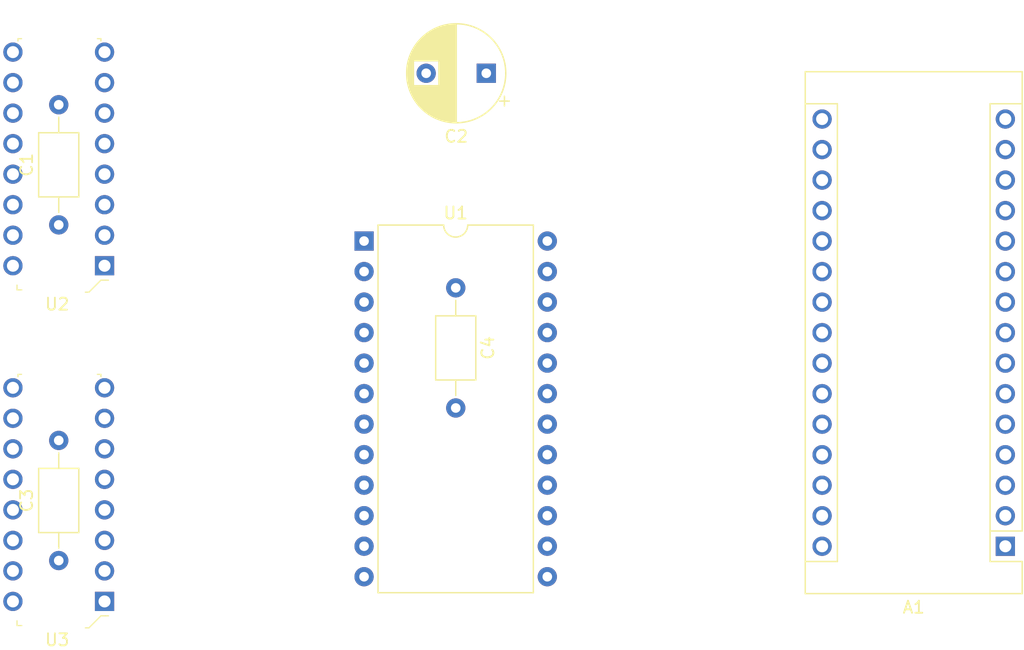
<source format=kicad_pcb>
(kicad_pcb (version 20211014) (generator pcbnew)
  (layers (0 "F.Cu" signal) (31 "B.Cu" signal) (34 "B.Paste" user) (35 "F.Paste" user) (36 "B.SilkS" user "B.Silkscreen") (37 "F.SilkS" user "F.Silkscreen") (38 "B.Mask" user) (39 "F.Mask" user) (44 "Edge.Cuts" user))
  (net 0 "")
  (net 1 "Net-(A1-Pad1)")
  (net 2 "Net-(A1-Pad2)")
  (net 4 "GND")
  (net 5 "Net-(A1-Pad5)")
  (net 6 "Net-(A1-Pad6)")
  (net 7 "Net-(A1-Pad7)")
  (net 8 "Net-(A1-Pad8)")
  (net 9 "Net-(A1-Pad9)")
  (net 10 "Net-(A1-Pad10)")
  (net 11 "Net-(A1-Pad11)")
  (net 12 "Net-(A1-Pad12)")
  (net 13 "Net-(A1-Pad13)")
  (net 14 "Net-(A1-Pad14)")
  (net 15 "Net-(A1-Pad15)")
  (net 19 "Net-(A1-Pad19)")
  (net 20 "Net-(A1-Pad20)")
  (net 21 "Net-(A1-Pad21)")
  (net 22 "Net-(A1-Pad22)")
  (net 23 "Net-(A1-Pad23)")
  (net 27 "VCC")
  (net 29 "VSS")
  (net 30 "Net-(U1-Pad1)")
  (net 31 "Net-(U1-Pad2)")
  (net 32 "Net-(U1-Pad3)")
  (net 33 "Net-(U1-Pad4)")
  (net 34 "Net-(U1-Pad5)")
  (net 35 "Net-(U1-Pad6)")
  (net 36 "Net-(U1-Pad7)")
  (net 37 "Net-(U1-Pad9)")
  (net 38 "Net-(U1-Pad15)")
  (net 39 "Net-(U3-Pad22)")
  (net 40 "Net-(U3-Pad19)")
  (net 47 "Net-(U3-Pad23)")
  (footprint "Capacitor_THT:CP_Radial_D8.0mm_P5.00mm" (layer "F.Cu") (at 162.56 48.26 180)
    (fp_text reference "C2" (at 2.5 -5.25) (layer "F.SilkS"))
    (fp_text value "C_Polarized")
    (fp_line (start 6.461 -1.098) (end 6.461 1.098) (layer "F.SilkS") (width 0.12))
    (fp_line (start 4.341 1.04) (end 4.341 3.647) (layer "F.SilkS") (width 0.12))
    (fp_line (start 2.74 -4.074) (end 2.74 4.074) (layer "F.SilkS") (width 0.12))
    (fp_line (start 4.501 1.04) (end 4.501 3.562) (layer "F.SilkS") (width 0.12))
    (fp_line (start 4.981 -3.25) (end 4.981 -1.04) (layer "F.SilkS") (width 0.12))
    (fp_line (start 4.301 -3.666) (end 4.301 -1.04) (layer "F.SilkS") (width 0.12))
    (fp_line (start 4.781 1.04) (end 4.781 3.392) (layer "F.SilkS") (width 0.12))
    (fp_line (start 5.261 1.04) (end 5.261 3.019) (layer "F.SilkS") (width 0.12))
    (fp_line (start 5.541 -2.741) (end 5.541 -1.04) (layer "F.SilkS") (width 0.12))
    (fp_line (start 5.661 -2.604) (end 5.661 -1.04) (layer "F.SilkS") (width 0.12))
    (fp_line (start 3.261 -4.01) (end 3.261 4.01) (layer "F.SilkS") (width 0.12))
    (fp_line (start 4.701 1.04) (end 4.701 3.444) (layer "F.SilkS") (width 0.12))
    (fp_line (start 5.461 -2.826) (end 5.461 -1.04) (layer "F.SilkS") (width 0.12))
    (fp_line (start 3.581 -3.936) (end 3.581 3.936) (layer "F.SilkS") (width 0.12))
    (fp_line (start 5.381 1.04) (end 5.381 2.907) (layer "F.SilkS") (width 0.12))
    (fp_line (start 3.421 -3.976) (end 3.421 3.976) (layer "F.SilkS") (width 0.12))
    (fp_line (start 4.381 -3.627) (end 4.381 -1.04) (layer "F.SilkS") (width 0.12))
    (fp_line (start 4.901 1.04) (end 4.901 3.309) (layer "F.SilkS") (width 0.12))
    (fp_line (start 3.981 1.04) (end 3.981 3.805) (layer "F.SilkS") (width 0.12))
    (fp_line (start 5.061 -3.189) (end 5.061 -1.04) (layer "F.SilkS") (width 0.12))
    (fp_line (start 5.421 -2.867) (end 5.421 -1.04) (layer "F.SilkS") (width 0.12))
    (fp_line (start 6.141 -1.89) (end 6.141 1.89) (layer "F.SilkS") (width 0.12))
    (fp_line (start 4.341 -3.647) (end 4.341 -1.04) (layer "F.SilkS") (width 0.12))
    (fp_line (start 3.06 -4.042) (end 3.06 4.042) (layer "F.SilkS") (width 0.12))
    (fp_line (start 5.621 1.04) (end 5.621 2.651) (layer "F.SilkS") (width 0.12))
    (fp_line (start 4.141 1.04) (end 4.141 3.74) (layer "F.SilkS") (width 0.12))
    (fp_line (start 4.861 -3.338) (end 4.861 -1.04) (layer "F.SilkS") (width 0.12))
    (fp_line (start 4.101 1.04) (end 4.101 3.757) (layer "F.SilkS") (width 0.12))
    (fp_line (start 3.14 -4.03) (end 3.14 4.03) (layer "F.SilkS") (width 0.12))
    (fp_line (start 5.101 1.04) (end 5.101 3.156) (layer "F.SilkS") (width 0.12))
    (fp_line (start 5.941 1.04) (end 5.941 2.228) (layer "F.SilkS") (width 0.12))
    (fp_line (start 4.501 -3.562) (end 4.501 -1.04) (layer "F.SilkS") (width 0.12))
    (fp_line (start 4.541 -3.54) (end 4.541 -1.04) (layer "F.SilkS") (width 0.12))
    (fp_line (start 2.94 -4.057) (end 2.94 4.057) (layer "F.SilkS") (width 0.12))
    (fp_line (start 6.261 -1.645) (end 6.261 1.645) (layer "F.SilkS") (width 0.12))
    (fp_line (start 3.461 -3.967) (end 3.461 3.967) (layer "F.SilkS") (width 0.12))
    (fp_line (start 4.741 1.04) (end 4.741 3.418) (layer "F.SilkS") (width 0.12))
    (fp_line (start 5.901 -2.287) (end 5.901 -1.04) (layer "F.SilkS") (width 0.12))
    (fp_line (start 3.541 -3.947) (end 3.541 3.947) (layer "F.SilkS") (width 0.12))
    (fp_line (start 2.86 -4.065) (end 2.86 4.065) (layer "F.SilkS") (width 0.12))
    (fp_line (start 6.421 -1.229) (end 6.421 1.229) (layer "F.SilkS") (width 0.12))
    (fp_line (start 5.461 1.04) (end 5.461 2.826) (layer "F.SilkS") (width 0.12))
    (fp_line (start 4.861 1.04) (end 4.861 3.338) (layer "F.SilkS") (width 0.12))
    (fp_line (start 4.261 -3.686) (end 4.261 -1.04) (layer "F.SilkS") (width 0.12))
    (fp_line (start 3.341 -3.994) (end 3.341 3.994) (layer "F.SilkS") (width 0.12))
    (fp_line (start 6.061 -2.034) (end 6.061 2.034) (layer "F.SilkS") (width 0.12))
    (fp_line (start 4.621 -3.493) (end 4.621 -1.04) (layer "F.SilkS") (width 0.12))
    (fp_line (start 5.661 1.04) (end 5.661 2.604) (layer "F.SilkS") (width 0.12))
    (fp_line (start 5.981 1.04) (end 5.981 2.166) (layer "F.SilkS") (width 0.12))
    (fp_line (start 5.021 -3.22) (end 5.021 -1.04) (layer "F.SilkS") (width 0.12))
    (fp_line (start 3.18 -4.024) (end 3.18 4.024) (layer "F.SilkS") (width 0.12))
    (fp_line (start 5.581 -2.697) (end 5.581 -1.04) (layer "F.SilkS") (width 0.12))
    (fp_line (start 5.981 -2.166) (end 5.981 -1.04) (layer "F.SilkS") (width 0.12))
    (fp_line (start 4.421 -3.606) (end 4.421 -1.04) (layer "F.SilkS") (width 0.12))
    (fp_line (start 5.541 1.04) (end 5.541 2.741) (layer "F.SilkS") (width 0.12))
    (fp_line (start 2.82 -4.068) (end 2.82 4.068) (layer "F.SilkS") (width 0.12))
    (fp_line (start 4.741 -3.418) (end 4.741 -1.04) (layer "F.SilkS") (width 0.12))
    (fp_line (start 5.941 -2.228) (end 5.941 -1.04) (layer "F.SilkS") (width 0.12))
    (fp_line (start 4.261 1.04) (end 4.261 3.686) (layer "F.SilkS") (width 0.12))
    (fp_line (start 5.861 1.04) (end 5.861 2.345) (layer "F.SilkS") (width 0.12))
    (fp_line (start 5.861 -2.345) (end 5.861 -1.04) (layer "F.SilkS") (width 0.12))
    (fp_line (start 3.301 -4.002) (end 3.301 4.002) (layer "F.SilkS") (width 0.12))
    (fp_line (start 5.341 -2.945) (end 5.341 -1.04) (layer "F.SilkS") (width 0.12))
    (fp_line (start 3.741 -3.889) (end 3.741 3.889) (layer "F.SilkS") (width 0.12))
    (fp_line (start 3.941 -3.821) (end 3.941 3.821) (layer "F.SilkS") (width 0.12))
    (fp_line (start 5.501 -2.784) (end 5.501 -1.04) (layer "F.SilkS") (width 0.12))
    (fp_line (start -1.509698 -2.715) (end -1.509698 -1.915) (layer "F.SilkS") (width 0.12))
    (fp_line (start 3.901 -3.835) (end 3.901 3.835) (layer "F.SilkS") (width 0.12))
    (fp_line (start 4.781 -3.392) (end 4.781 -1.04) (layer "F.SilkS") (width 0.12))
    (fp_line (start 3.02 -4.048) (end 3.02 4.048) (layer "F.SilkS") (width 0.12))
    (fp_line (start 5.181 -3.09) (end 5.181 -1.04) (layer "F.SilkS") (width 0.12))
    (fp_line (start 4.021 1.04) (end 4.021 3.79) (layer "F.SilkS") (width 0.12))
    (fp_line (start 4.541 1.04) (end 4.541 3.54) (layer "F.SilkS") (width 0.12))
    (fp_line (start 6.181 -1.813) (end 6.181 1.813) (layer "F.SilkS") (width 0.12))
    (fp_line (start 5.781 1.04) (end 5.781 2.454) (layer "F.SilkS") (width 0.12))
    (fp_line (start 4.621 1.04) (end 4.621 3.493) (layer "F.SilkS") (width 0.12))
    (fp_line (start -1.909698 -2.315) (end -1.109698 -2.315) (layer "F.SilkS") (width 0.12))
    (fp_line (start 2.54 -4.08) (end 2.54 4.08) (layer "F.SilkS") (width 0.12))
    (fp_line (start 5.181 1.04) (end 5.181 3.09) (layer "F.SilkS") (width 0.12))
    (fp_line (start 4.941 -3.28) (end 4.941 -1.04) (layer "F.SilkS") (width 0.12))
    (fp_line (start 2.66 -4.077) (end 2.66 4.077) (layer "F.SilkS") (width 0.12))
    (fp_line (start 4.661 -3.469) (end 4.661 -1.04) (layer "F.SilkS") (width 0.12))
    (fp_line (start 5.821 -2.4) (end 5.821 -1.04) (layer "F.SilkS") (width 0.12))
    (fp_line (start 6.021 1.04) (end 6.021 2.102) (layer "F.SilkS") (width 0.12))
    (fp_line (start 4.221 1.04) (end 4.221 3.704) (layer "F.SilkS") (width 0.12))
    (fp_line (start 5.421 1.04) (end 5.421 2.867) (layer "F.SilkS") (width 0.12))
    (fp_line (start 4.461 1.04) (end 4.461 3.584) (layer "F.SilkS") (width 0.12))
    (fp_line (start 3.781 -3.877) (end 3.781 3.877) (layer "F.SilkS") (width 0.12))
    (fp_line (start 4.181 1.04) (end 4.181 3.722) (layer "F.SilkS") (width 0.12))
    (fp_line (start 4.581 1.04) (end 4.581 3.517) (layer "F.SilkS") (width 0.12))
    (fp_line (start 5.141 -3.124) (end 5.141 -1.04) (layer "F.SilkS") (width 0.12))
    (fp_line (start 3.621 -3.925) (end 3.621 3.925) (layer "F.SilkS") (width 0.12))
    (fp_line (start 5.341 1.04) (end 5.341 2.945) (layer "F.SilkS") (width 0.12))
    (fp_line (start 2.7 -4.076) (end 2.7 4.076) (layer "F.SilkS") (width 0.12))
    (fp_line (start 5.741 1.04) (end 5.741 2.505) (layer "F.SilkS") (width 0.12))
    (fp_line (start 5.221 -3.055) (end 5.221 -1.04) (layer "F.SilkS") (width 0.12))
    (fp_line (start 5.381 -2.907) (end 5.381 -1.04) (layer "F.SilkS") (width 0.12))
    (fp_line (start 3.501 -3.957) (end 3.501 3.957) (layer "F.SilkS") (width 0.12))
    (fp_line (start 6.501 -0.948) (end 6.501 0.948) (layer "F.SilkS") (width 0.12))
    (fp_line (start 3.381 -3.985) (end 3.381 3.985) (layer "F.SilkS") (width 0.12))
    (fp_line (start 4.701 -3.444) (end 4.701 -1.04) (layer "F.SilkS") (width 0.12))
    (fp_line (start 3.221 -4.017) (end 3.221 4.017) (layer "F.SilkS") (width 0.12))
    (fp_line (start 6.581 -0.533) (end 6.581 0.533) (layer "F.SilkS") (width 0.12))
    (fp_line (start 4.461 -3.584) (end 4.461 -1.04) (layer "F.SilkS") (width 0.12))
    (fp_line (start 5.221 1.04) (end 5.221 3.055) (layer "F.SilkS") (width 0.12))
    (fp_line (start 2.98 -4.052) (end 2.98 4.052) (layer "F.SilkS") (width 0.12))
    (fp_line (start 4.821 1.04) (end 4.821 3.365) (layer "F.SilkS") (width 0.12))
    (fp_line (start 4.901 -3.309) (end 4.901 -1.04) (layer "F.SilkS") (width 0.12))
    (fp_line (start 6.301 -1.552) (end 6.301 1.552) (layer "F.SilkS") (width 0.12))
    (fp_line (start 5.621 -2.651) (end 5.621 -1.04) (layer "F.SilkS") (width 0.12))
    (fp_line (start 4.061 1.04) (end 4.061 3.774) (layer "F.SilkS") (width 0.12))
    (fp_line (start 4.301 1.04) (end 4.301 3.666) (layer "F.SilkS") (width 0.12))
    (fp_line (start 4.581 -3.517) (end 4.581 -1.04) (layer "F.SilkS") (width 0.12))
    (fp_line (start 5.261 -3.019) (end 5.261 -1.04) (layer "F.SilkS") (width 0.12))
    (fp_line (start 3.701 -3.902) (end 3.701 3.902) (layer "F.SilkS") (width 0.12))
    (fp_line (start 6.381 -1.346) (end 6.381 1.346) (layer "F.SilkS") (width 0.12))
    (fp_line (start 5.101 -3.156) (end 5.101 -1.04) (layer "F.SilkS") (width 0.12))
    (fp_line (start 2.62 -4.079) (end 2.62 4.079) (layer "F.SilkS") (width 0.12))
    (fp_line (start 5.781 -2.454) (end 5.781 -1.04) (layer "F.SilkS") (width 0.12))
    (fp_line (start 4.821 -3.365) (end 4.821 -1.04) (layer "F.SilkS") (width 0.12))
    (fp_line (start 5.141 1.04) (end 5.141 3.124) (layer "F.SilkS") (width 0.12))
    (fp_line (start 4.141 -3.74) (end 4.141 -1.04) (layer "F.SilkS") (width 0.12))
    (fp_line (start 5.501 1.04) (end 5.501 2.784) (layer "F.SilkS") (width 0.12))
    (fp_line (start 5.701 -2.556) (end 5.701 -1.04) (layer "F.SilkS") (width 0.12))
    (fp_line (start 3.861 -3.85) (end 3.861 3.85) (layer "F.SilkS") (width 0.12))
    (fp_line (start 2.78 -4.071) (end 2.78 4.071) (layer "F.SilkS") (width 0.12))
    (fp_line (start 4.381 1.04) (end 4.381 3.627) (layer "F.SilkS") (width 0.12))
    (fp_line (start 3.981 -3.805) (end 3.981 -1.04) (layer "F.SilkS") (width 0.12))
    (fp_line (start 4.061 -3.774) (end 4.061 -1.04) (layer "F.SilkS") (width 0.12))
    (fp_line (start 3.661 -3.914) (end 3.661 3.914) (layer "F.SilkS") (width 0.12))
    (fp_line (start 3.1 -4.037) (end 3.1 4.037) (layer "F.SilkS") (width 0.12))
    (fp_line (start 2.5 -4.08) (end 2.5 4.08) (layer "F.SilkS") (width 0.12))
    (fp_line (start 4.941 1.04) (end 4.941 3.28) (layer "F.SilkS") (width 0.12))
    (fp_line (start 2.9 -4.061) (end 2.9 4.061) (layer "F.SilkS") (width 0.12))
    (fp_line (start 6.541 -0.768) (end 6.541 0.768) (layer "F.SilkS") (width 0.12))
    (fp_line (start 4.421 1.04) (end 4.421 3.606) (layer "F.SilkS") (width 0.12))
    (fp_line (start 4.661 1.04) (end 4.661 3.469) (layer "F.SilkS") (width 0.12))
    (fp_line (start 2.58 -4.08) (end 2.58 4.08) (layer "F.SilkS") (width 0.12))
    (fp_line (start 5.021 1.04) (end 5.021 3.22) (layer "F.SilkS") (width 0.12))
    (fp_line (start 5.821 1.04) (end 5.821 2.4) (layer "F.SilkS") (width 0.12))
    (fp_line (start 6.341 -1.453) (end 6.341 1.453) (layer "F.SilkS") (width 0.12))
    (fp_line (start 4.221 -3.704) (end 4.221 -1.04) (layer "F.SilkS") (width 0.12))
    (fp_line (start 5.301 1.04) (end 5.301 2.983) (layer "F.SilkS") (width 0.12))
    (fp_line (start 3.821 -3.863) (end 3.821 3.863) (layer "F.SilkS") (width 0.12))
    (fp_line (start 6.021 -2.102) (end 6.021 -1.04) (layer "F.SilkS") (width 0.12))
    (fp_line (start 5.701 1.04) (end 5.701 2.556) (layer "F.SilkS") (width 0.12))
    (fp_line (start 4.981 1.04) (end 4.981 3.25) (layer "F.SilkS") (width 0.12))
    (fp_line (start 4.181 -3.722) (end 4.181 -1.04) (layer "F.SilkS") (width 0.12))
    (fp_line (start 5.301 -2.983) (end 5.301 -1.04) (layer "F.SilkS") (width 0.12))
    (fp_line (start 5.901 1.04) (end 5.901 2.287) (layer "F.SilkS") (width 0.12))
    (fp_line (start 5.741 -2.505) (end 5.741 -1.04) (layer "F.SilkS") (width 0.12))
    (fp_line (start 5.581 1.04) (end 5.581 2.697) (layer "F.SilkS") (width 0.12))
    (fp_line (start 6.101 -1.964) (end 6.101 1.964) (layer "F.SilkS") (width 0.12))
    (fp_line (start 6.221 -1.731) (end 6.221 1.731) (layer "F.SilkS") (width 0.12))
    (fp_line (start 4.101 -3.757) (end 4.101 -1.04) (layer "F.SilkS") (width 0.12))
    (fp_line (start 5.061 1.04) (end 5.061 3.189) (layer "F.SilkS") (width 0.12))
    (fp_line (start 4.021 -3.79) (end 4.021 -1.04) (layer "F.SilkS") (width 0.12))
    (fp_circle (center 2.5 0) (end 6.62 0) (layer "F.SilkS") (width 0.12) (fill none))
    (pad "1" thru_hole rect (at 0 0 180) (size 1.6 1.6) (drill 0.8) (layers *.Cu *.Mask) (net 27 "VCC"))
    (pad "2" thru_hole circle (at 5 0 180) (size 1.6 1.6) (drill 0.8) (layers *.Cu *.Mask) (net 4 "GND"))
  )
  (footprint "digikey-footprints:DIP-16_W7.62mm" (layer "F.Cu") (at 130.81 92.22 180)
    (fp_text reference "U3" (at 3.94 -3.2) (layer "F.SilkS"))
    (fp_text value "74HC595")
    (fp_line (start 7.28 -1.61) (end 7.28 -2.01) (layer "F.SilkS") (width 0.1))
    (fp_line (start -0.08 -1.2) (end -0.33 -1.2) (layer "F.SilkS") (width 0.1))
    (fp_line (start 0.3 18.9) (end 0.6 18.9) (layer "F.SilkS") (width 0.1))
    (fp_line (start 6.9 18.9) (end 7.2 18.9) (layer "F.SilkS") (width 0.1))
    (fp_line (start 0.3 -1.2) (end -0.07 -1.2) (layer "F.SilkS") (width 0.1))
    (fp_line (start 0.3 18.7) (end 0.3 18.9) (layer "F.SilkS") (width 0.1))
    (fp_line (start 7.2 18.9) (end 7.2 18.7) (layer "F.SilkS") (width 0.1))
    (fp_line (start 7.28 -2.01) (end 6.88 -2.01) (layer "F.SilkS") (width 0.1))
    (fp_line (start 1.6 -2.2) (end 1.3 -2.2) (layer "F.SilkS") (width 0.1))
    (fp_line (start 1.3 -2.2) (end 0.3 -1.2) (layer "F.SilkS") (width 0.1))
    (pad "1" thru_hole rect locked (at 0 0 180) (size 1.6 1.6) (drill 1) (layers *.Cu *.Mask) (net 39 "Net-(U3-Pad22)"))
    (pad "2" thru_hole circle locked (at 0 2.54 180) (size 1.6 1.6) (drill 1) (layers *.Cu *.Mask) (net 40 "Net-(U3-Pad19)"))
    (pad "3" thru_hole circle locked (at 0 5.08 180) (size 1.6 1.6) (drill 1) (layers *.Cu *.Mask))
    (pad "4" thru_hole circle locked (at 0 7.62 180) (size 1.6 1.6) (drill 1) (layers *.Cu *.Mask))
    (pad "5" thru_hole circle locked (at 0 10.16 180) (size 1.6 1.6) (drill 1) (layers *.Cu *.Mask))
    (pad "6" thru_hole circle locked (at 0 12.7 180) (size 1.6 1.6) (drill 1) (layers *.Cu *.Mask))
    (pad "7" thru_hole circle locked (at 0 15.24 180) (size 1.6 1.6) (drill 1) (layers *.Cu *.Mask))
    (pad "8" thru_hole circle locked (at 0 17.78 180) (size 1.6 1.6) (drill 1) (layers *.Cu *.Mask) (net 4 "GND"))
    (pad "9" thru_hole circle locked (at 7.62 17.78 180) (size 1.6 1.6) (drill 1) (layers *.Cu *.Mask))
    (pad "10" thru_hole circle locked (at 7.62 15.24 180) (size 1.6 1.6) (drill 1) (layers *.Cu *.Mask) (net 21 "Net-(A1-Pad21)"))
    (pad "11" thru_hole circle locked (at 7.62 12.7 180) (size 1.6 1.6) (drill 1) (layers *.Cu *.Mask) (net 20 "Net-(A1-Pad20)"))
    (pad "12" thru_hole circle locked (at 7.62 10.16 180) (size 1.6 1.6) (drill 1) (layers *.Cu *.Mask) (net 22 "Net-(A1-Pad22)"))
    (pad "13" thru_hole circle locked (at 7.62 7.62 180) (size 1.6 1.6) (drill 1) (layers *.Cu *.Mask) (net 23 "Net-(A1-Pad23)"))
    (pad "14" thru_hole circle locked (at 7.62 5.08 180) (size 1.6 1.6) (drill 1) (layers *.Cu *.Mask) (net 37 "Net-(U1-Pad9)"))
    (pad "15" thru_hole circle locked (at 7.62 2.54 180) (size 1.6 1.6) (drill 1) (layers *.Cu *.Mask) (net 47 "Net-(U3-Pad23)"))
    (pad "16" thru_hole circle locked (at 7.62 0 180) (size 1.6 1.6) (drill 1) (layers *.Cu *.Mask) (net 27 "VCC"))
  )
  (footprint "Package_DIP:DIP-24_W15.24mm" (layer "F.Cu") (at 152.395 62.225)
    (fp_text reference "U1" (at 7.62 -2.33) (layer "F.SilkS"))
    (fp_text value "28C16")
    (fp_line (start 14.08 -1.33) (end 8.62 -1.33) (layer "F.SilkS") (width 0.12))
    (fp_line (start 1.16 -1.33) (end 1.16 29.27) (layer "F.SilkS") (width 0.12))
    (fp_line (start 14.08 29.27) (end 14.08 -1.33) (layer "F.SilkS") (width 0.12))
    (fp_line (start 1.16 29.27) (end 14.08 29.27) (layer "F.SilkS") (width 0.12))
    (fp_line (start 6.62 -1.33) (end 1.16 -1.33) (layer "F.SilkS") (width 0.12))
    (fp_arc (start 8.62 -1.33) (mid 7.62 -0.33) (end 6.62 -1.33) (layer "F.SilkS") (width 0.12))
    (pad "1" thru_hole rect (at 0 0) (size 1.6 1.6) (drill 0.8) (layers *.Cu *.Mask) (net 36 "Net-(U1-Pad7)"))
    (pad "2" thru_hole oval (at 0 2.54) (size 1.6 1.6) (drill 0.8) (layers *.Cu *.Mask) (net 35 "Net-(U1-Pad6)"))
    (pad "3" thru_hole oval (at 0 5.08) (size 1.6 1.6) (drill 0.8) (layers *.Cu *.Mask) (net 34 "Net-(U1-Pad5)"))
    (pad "4" thru_hole oval (at 0 7.62) (size 1.6 1.6) (drill 0.8) (layers *.Cu *.Mask) (net 33 "Net-(U1-Pad4)"))
    (pad "5" thru_hole oval (at 0 10.16) (size 1.6 1.6) (drill 0.8) (layers *.Cu *.Mask) (net 32 "Net-(U1-Pad3)"))
    (pad "6" thru_hole oval (at 0 12.7) (size 1.6 1.6) (drill 0.8) (layers *.Cu *.Mask) (net 31 "Net-(U1-Pad2)"))
    (pad "7" thru_hole oval (at 0 15.24) (size 1.6 1.6) (drill 0.8) (layers *.Cu *.Mask) (net 30 "Net-(U1-Pad1)"))
    (pad "8" thru_hole oval (at 0 17.78) (size 1.6 1.6) (drill 0.8) (layers *.Cu *.Mask) (net 38 "Net-(U1-Pad15)"))
    (pad "9" thru_hole oval (at 0 20.32) (size 1.6 1.6) (drill 0.8) (layers *.Cu *.Mask) (net 5 "Net-(A1-Pad5)"))
    (pad "10" thru_hole oval (at 0 22.86) (size 1.6 1.6) (drill 0.8) (layers *.Cu *.Mask) (net 6 "Net-(A1-Pad6)"))
    (pad "11" thru_hole oval (at 0 25.4) (size 1.6 1.6) (drill 0.8) (layers *.Cu *.Mask) (net 7 "Net-(A1-Pad7)"))
    (pad "12" thru_hole oval (at 0 27.94) (size 1.6 1.6) (drill 0.8) (layers *.Cu *.Mask) (net 4 "GND"))
    (pad "13" thru_hole oval (at 15.24 27.94) (size 1.6 1.6) (drill 0.8) (layers *.Cu *.Mask) (net 8 "Net-(A1-Pad8)"))
    (pad "14" thru_hole oval (at 15.24 25.4) (size 1.6 1.6) (drill 0.8) (layers *.Cu *.Mask) (net 9 "Net-(A1-Pad9)"))
    (pad "15" thru_hole oval (at 15.24 22.86) (size 1.6 1.6) (drill 0.8) (layers *.Cu *.Mask) (net 10 "Net-(A1-Pad10)"))
    (pad "16" thru_hole oval (at 15.24 20.32) (size 1.6 1.6) (drill 0.8) (layers *.Cu *.Mask) (net 11 "Net-(A1-Pad11)"))
    (pad "17" thru_hole oval (at 15.24 17.78) (size 1.6 1.6) (drill 0.8) (layers *.Cu *.Mask) (net 12 "Net-(A1-Pad12)"))
    (pad "18" thru_hole oval (at 15.24 15.24) (size 1.6 1.6) (drill 0.8) (layers *.Cu *.Mask) (net 13 "Net-(A1-Pad13)"))
    (pad "19" thru_hole oval (at 15.24 12.7) (size 1.6 1.6) (drill 0.8) (layers *.Cu *.Mask) (net 40 "Net-(U3-Pad19)"))
    (pad "20" thru_hole oval (at 15.24 10.16) (size 1.6 1.6) (drill 0.8) (layers *.Cu *.Mask) (net 14 "Net-(A1-Pad14)"))
    (pad "21" thru_hole oval (at 15.24 7.62) (size 1.6 1.6) (drill 0.8) (layers *.Cu *.Mask) (net 15 "Net-(A1-Pad15)"))
    (pad "22" thru_hole oval (at 15.24 5.08) (size 1.6 1.6) (drill 0.8) (layers *.Cu *.Mask) (net 39 "Net-(U3-Pad22)"))
    (pad "23" thru_hole oval (at 15.24 2.54) (size 1.6 1.6) (drill 0.8) (layers *.Cu *.Mask) (net 47 "Net-(U3-Pad23)"))
    (pad "24" thru_hole oval (at 15.24 0) (size 1.6 1.6) (drill 0.8) (layers *.Cu *.Mask) (net 27 "VCC"))
  )
  (footprint "Capacitor_THT:C_Axial_L5.1mm_D3.1mm_P10.00mm_Horizontal" (layer "F.Cu") (at 160.02 66.12 -90)
    (fp_text reference "C4" (at 5 -2.67 90) (layer "F.SilkS"))
    (fp_text value "C")
    (fp_line (start 8.96 0) (end 7.67 0) (layer "F.SilkS") (width 0.12))
    (fp_line (start 1.04 0) (end 2.33 0) (layer "F.SilkS") (width 0.12))
    (fp_line (start 2.33 -1.67) (end 2.33 1.67) (layer "F.SilkS") (width 0.12))
    (fp_line (start 7.67 -1.67) (end 2.33 -1.67) (layer "F.SilkS") (width 0.12))
    (fp_line (start 2.33 1.67) (end 7.67 1.67) (layer "F.SilkS") (width 0.12))
    (fp_line (start 7.67 1.67) (end 7.67 -1.67) (layer "F.SilkS") (width 0.12))
    (pad "1" thru_hole circle (at 0 0 270) (size 1.6 1.6) (drill 0.8) (layers *.Cu *.Mask) (net 27 "VCC"))
    (pad "2" thru_hole oval (at 10 0 270) (size 1.6 1.6) (drill 0.8) (layers *.Cu *.Mask) (net 4 "GND"))
  )
  (footprint "Module:Arduino_Nano" (layer "F.Cu") (at 205.73 87.63 180)
    (fp_text reference "A1" (at 7.62 -5.08) (layer "F.SilkS"))
    (fp_text value "Arduino_Nano_v2.x")
    (fp_line (start -1.4 39.5) (end 16.64 39.5) (layer "F.SilkS") (width 0.12))
    (fp_line (start 13.97 36.83) (end 16.64 36.83) (layer "F.SilkS") (width 0.12))
    (fp_line (start 13.97 -1.27) (end 13.97 36.83) (layer "F.SilkS") (width 0.12))
    (fp_line (start -1.4 1.27) (end -1.4 39.5) (layer "F.SilkS") (width 0.12))
    (fp_line (start 16.64 39.5) (end 16.64 -3.94) (layer "F.SilkS") (width 0.12))
    (fp_line (start 16.64 -3.94) (end -1.4 -3.94) (layer "F.SilkS") (width 0.12))
    (fp_line (start -1.4 -3.94) (end -1.4 -1.27) (layer "F.SilkS") (width 0.12))
    (fp_line (start 13.97 -1.27) (end 16.64 -1.27) (layer "F.SilkS") (width 0.12))
    (fp_line (start 1.27 36.83) (end -1.4 36.83) (layer "F.SilkS") (width 0.12))
    (fp_line (start 1.27 1.27) (end -1.4 1.27) (layer "F.SilkS") (width 0.12))
    (fp_line (start 1.27 1.27) (end 1.27 36.83) (layer "F.SilkS") (width 0.12))
    (fp_line (start 1.27 -1.27) (end -1.4 -1.27) (layer "F.SilkS") (width 0.12))
    (fp_line (start 1.27 1.27) (end 1.27 -1.27) (layer "F.SilkS") (width 0.12))
    (pad "1" thru_hole rect (at 0 0 180) (size 1.6 1.6) (drill 1) (layers *.Cu *.Mask) (net 1 "Net-(A1-Pad1)"))
    (pad "2" thru_hole oval (at 0 2.54 180) (size 1.6 1.6) (drill 1) (layers *.Cu *.Mask) (net 2 "Net-(A1-Pad2)"))
    (pad "3" thru_hole oval (at 0 5.08 180) (size 1.6 1.6) (drill 1) (layers *.Cu *.Mask))
    (pad "4" thru_hole oval (at 0 7.62 180) (size 1.6 1.6) (drill 1) (layers *.Cu *.Mask) (net 4 "GND"))
    (pad "5" thru_hole oval (at 0 10.16 180) (size 1.6 1.6) (drill 1) (layers *.Cu *.Mask) (net 5 "Net-(A1-Pad5)"))
    (pad "6" thru_hole oval (at 0 12.7 180) (size 1.6 1.6) (drill 1) (layers *.Cu *.Mask) (net 6 "Net-(A1-Pad6)"))
    (pad "7" thru_hole oval (at 0 15.24 180) (size 1.6 1.6) (drill 1) (layers *.Cu *.Mask) (net 7 "Net-(A1-Pad7)"))
    (pad "8" thru_hole oval (at 0 17.78 180) (size 1.6 1.6) (drill 1) (layers *.Cu *.Mask) (net 8 "Net-(A1-Pad8)"))
    (pad "9" thru_hole oval (at 0 20.32 180) (size 1.6 1.6) (drill 1) (layers *.Cu *.Mask) (net 9 "Net-(A1-Pad9)"))
    (pad "10" thru_hole oval (at 0 22.86 180) (size 1.6 1.6) (drill 1) (layers *.Cu *.Mask) (net 10 "Net-(A1-Pad10)"))
    (pad "11" thru_hole oval (at 0 25.4 180) (size 1.6 1.6) (drill 1) (layers *.Cu *.Mask) (net 11 "Net-(A1-Pad11)"))
    (pad "12" thru_hole oval (at 0 27.94 180) (size 1.6 1.6) (drill 1) (layers *.Cu *.Mask) (net 12 "Net-(A1-Pad12)"))
    (pad "13" thru_hole oval (at 0 30.48 180) (size 1.6 1.6) (drill 1) (layers *.Cu *.Mask) (net 13 "Net-(A1-Pad13)"))
    (pad "14" thru_hole oval (at 0 33.02 180) (size 1.6 1.6) (drill 1) (layers *.Cu *.Mask) (net 14 "Net-(A1-Pad14)"))
    (pad "15" thru_hole oval (at 0 35.56 180) (size 1.6 1.6) (drill 1) (layers *.Cu *.Mask) (net 15 "Net-(A1-Pad15)"))
    (pad "16" thru_hole oval (at 15.24 35.56 180) (size 1.6 1.6) (drill 1) (layers *.Cu *.Mask))
    (pad "17" thru_hole oval (at 15.24 33.02 180) (size 1.6 1.6) (drill 1) (layers *.Cu *.Mask))
    (pad "18" thru_hole oval (at 15.24 30.48 180) (size 1.6 1.6) (drill 1) (layers *.Cu *.Mask))
    (pad "19" thru_hole oval (at 15.24 27.94 180) (size 1.6 1.6) (drill 1) (layers *.Cu *.Mask) (net 19 "Net-(A1-Pad19)"))
    (pad "20" thru_hole oval (at 15.24 25.4 180) (size 1.6 1.6) (drill 1) (layers *.Cu *.Mask) (net 20 "Net-(A1-Pad20)"))
    (pad "21" thru_hole oval (at 15.24 22.86 180) (size 1.6 1.6) (drill 1) (layers *.Cu *.Mask) (net 21 "Net-(A1-Pad21)"))
    (pad "22" thru_hole oval (at 15.24 20.32 180) (size 1.6 1.6) (drill 1) (layers *.Cu *.Mask) (net 22 "Net-(A1-Pad22)"))
    (pad "23" thru_hole oval (at 15.24 17.78 180) (size 1.6 1.6) (drill 1) (layers *.Cu *.Mask) (net 23 "Net-(A1-Pad23)"))
    (pad "24" thru_hole oval (at 15.24 15.24 180) (size 1.6 1.6) (drill 1) (layers *.Cu *.Mask))
    (pad "25" thru_hole oval (at 15.24 12.7 180) (size 1.6 1.6) (drill 1) (layers *.Cu *.Mask))
    (pad "26" thru_hole oval (at 15.24 10.16 180) (size 1.6 1.6) (drill 1) (layers *.Cu *.Mask))
    (pad "27" thru_hole oval (at 15.24 7.62 180) (size 1.6 1.6) (drill 1) (layers *.Cu *.Mask) (net 27 "VCC"))
    (pad "28" thru_hole oval (at 15.24 5.08 180) (size 1.6 1.6) (drill 1) (layers *.Cu *.Mask))
    (pad "29" thru_hole oval (at 15.24 2.54 180) (size 1.6 1.6) (drill 1) (layers *.Cu *.Mask) (net 4 "GND"))
    (pad "30" thru_hole oval (at 15.24 0 180) (size 1.6 1.6) (drill 1) (layers *.Cu *.Mask) (net 29 "VSS"))
  )
  (footprint "digikey-footprints:DIP-16_W7.62mm" (layer "F.Cu") (at 130.81 64.28 180)
    (fp_text reference "U2" (at 3.94 -3.2) (layer "F.SilkS"))
    (fp_text value "74HC595")
    (fp_line (start 7.2 18.9) (end 7.2 18.7) (layer "F.SilkS") (width 0.1))
    (fp_line (start 0.3 18.7) (end 0.3 18.9) (layer "F.SilkS") (width 0.1))
    (fp_line (start 0.3 -1.2) (end -0.07 -1.2) (layer "F.SilkS") (width 0.1))
    (fp_line (start 1.6 -2.2) (end 1.3 -2.2) (layer "F.SilkS") (width 0.1))
    (fp_line (start 7.28 -1.61) (end 7.28 -2.01) (layer "F.SilkS") (width 0.1))
    (fp_line (start 0.3 18.9) (end 0.6 18.9) (layer "F.SilkS") (width 0.1))
    (fp_line (start 6.9 18.9) (end 7.2 18.9) (layer "F.SilkS") (width 0.1))
    (fp_line (start 1.3 -2.2) (end 0.3 -1.2) (layer "F.SilkS") (width 0.1))
    (fp_line (start -0.08 -1.2) (end -0.33 -1.2) (layer "F.SilkS") (width 0.1))
    (fp_line (start 7.28 -2.01) (end 6.88 -2.01) (layer "F.SilkS") (width 0.1))
    (pad "1" thru_hole rect locked (at 0 0 180) (size 1.6 1.6) (drill 1) (layers *.Cu *.Mask) (net 30 "Net-(U1-Pad1)"))
    (pad "2" thru_hole circle locked (at 0 2.54 180) (size 1.6 1.6) (drill 1) (layers *.Cu *.Mask) (net 31 "Net-(U1-Pad2)"))
    (pad "3" thru_hole circle locked (at 0 5.08 180) (size 1.6 1.6) (drill 1) (layers *.Cu *.Mask) (net 32 "Net-(U1-Pad3)"))
    (pad "4" thru_hole circle locked (at 0 7.62 180) (size 1.6 1.6) (drill 1) (layers *.Cu *.Mask) (net 33 "Net-(U1-Pad4)"))
    (pad "5" thru_hole circle locked (at 0 10.16 180) (size 1.6 1.6) (drill 1) (layers *.Cu *.Mask) (net 34 "Net-(U1-Pad5)"))
    (pad "6" thru_hole circle locked (at 0 12.7 180) (size 1.6 1.6) (drill 1) (layers *.Cu *.Mask) (net 35 "Net-(U1-Pad6)"))
    (pad "7" thru_hole circle locked (at 0 15.24 180) (size 1.6 1.6) (drill 1) (layers *.Cu *.Mask) (net 36 "Net-(U1-Pad7)"))
    (pad "8" thru_hole circle locked (at 0 17.78 180) (size 1.6 1.6) (drill 1) (layers *.Cu *.Mask) (net 4 "GND"))
    (pad "9" thru_hole circle locked (at 7.62 17.78 180) (size 1.6 1.6) (drill 1) (layers *.Cu *.Mask) (net 37 "Net-(U1-Pad9)"))
    (pad "10" thru_hole circle locked (at 7.62 15.24 180) (size 1.6 1.6) (drill 1) (layers *.Cu *.Mask) (net 21 "Net-(A1-Pad21)"))
    (pad "11" thru_hole circle locked (at 7.62 12.7 180) (size 1.6 1.6) (drill 1) (layers *.Cu *.Mask) (net 20 "Net-(A1-Pad20)"))
    (pad "12" thru_hole circle locked (at 7.62 10.16 180) (size 1.6 1.6) (drill 1) (layers *.Cu *.Mask) (net 22 "Net-(A1-Pad22)"))
    (pad "13" thru_hole circle locked (at 7.62 7.62 180) (size 1.6 1.6) (drill 1) (layers *.Cu *.Mask) (net 23 "Net-(A1-Pad23)"))
    (pad "14" thru_hole circle locked (at 7.62 5.08 180) (size 1.6 1.6) (drill 1) (layers *.Cu *.Mask) (net 19 "Net-(A1-Pad19)"))
    (pad "15" thru_hole circle locked (at 7.62 2.54 180) (size 1.6 1.6) (drill 1) (layers *.Cu *.Mask) (net 38 "Net-(U1-Pad15)"))
    (pad "16" thru_hole circle locked (at 7.62 0 180) (size 1.6 1.6) (drill 1) (layers *.Cu *.Mask) (net 27 "VCC"))
  )
  (footprint "Capacitor_THT:C_Axial_L5.1mm_D3.1mm_P10.00mm_Horizontal" (layer "F.Cu") (at 127 60.88 90)
    (fp_text reference "C1" (at 5 -2.67 90) (layer "F.SilkS"))
    (fp_text value "C")
    (fp_line (start 8.96 0) (end 7.67 0) (layer "F.SilkS") (width 0.12))
    (fp_line (start 1.04 0) (end 2.33 0) (layer "F.SilkS") (width 0.12))
    (fp_line (start 2.33 -1.67) (end 2.33 1.67) (layer "F.SilkS") (width 0.12))
    (fp_line (start 7.67 -1.67) (end 2.33 -1.67) (layer "F.SilkS") (width 0.12))
    (fp_line (start 2.33 1.67) (end 7.67 1.67) (layer "F.SilkS") (width 0.12))
    (fp_line (start 7.67 1.67) (end 7.67 -1.67) (layer "F.SilkS") (width 0.12))
    (pad "1" thru_hole circle (at 0 0 90) (size 1.6 1.6) (drill 0.8) (layers *.Cu *.Mask) (net 27 "VCC"))
    (pad "2" thru_hole oval (at 10 0 90) (size 1.6 1.6) (drill 0.8) (layers *.Cu *.Mask) (net 4 "GND"))
  )
  (footprint "Capacitor_THT:C_Axial_L5.1mm_D3.1mm_P10.00mm_Horizontal" (layer "F.Cu") (at 127 88.82 90)
    (fp_text reference "C3" (at 5 -2.67 90) (layer "F.SilkS"))
    (fp_text value "C")
    (fp_line (start 8.96 0) (end 7.67 0) (layer "F.SilkS") (width 0.12))
    (fp_line (start 1.04 0) (end 2.33 0) (layer "F.SilkS") (width 0.12))
    (fp_line (start 2.33 -1.67) (end 2.33 1.67) (layer "F.SilkS") (width 0.12))
    (fp_line (start 7.67 -1.67) (end 2.33 -1.67) (layer "F.SilkS") (width 0.12))
    (fp_line (start 2.33 1.67) (end 7.67 1.67) (layer "F.SilkS") (width 0.12))
    (fp_line (start 7.67 1.67) (end 7.67 -1.67) (layer "F.SilkS") (width 0.12))
    (pad "1" thru_hole circle (at 0 0 90) (size 1.6 1.6) (drill 0.8) (layers *.Cu *.Mask) (net 27 "VCC"))
    (pad "2" thru_hole oval (at 10 0 90) (size 1.6 1.6) (drill 0.8) (layers *.Cu *.Mask) (net 4 "GND"))
  )
)
</source>
